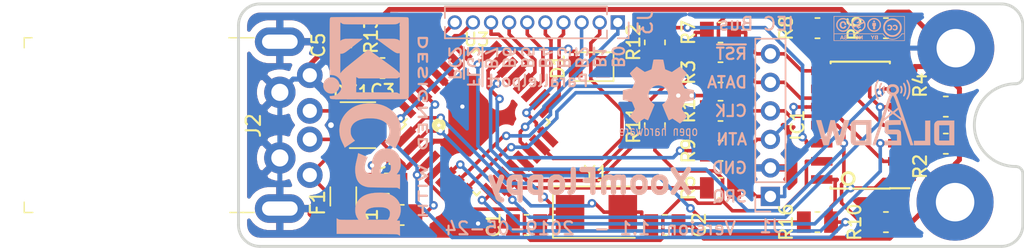
<source format=kicad_pcb>
(kicad_pcb (version 20171130) (host pcbnew "(5.1.2-1)-1")
  (title_block (title "XoomFloppy (ATMega32u2)") (date 2019-05-24) (rev 1.1) (company "Dirk Wouters, DL2DW"))
  (layers (0 F.Cu signal) (31 B.Cu signal) (34 B.Paste user) (35 F.Paste user) (36 B.SilkS user) (37 F.SilkS user) (38 B.Mask user) (39 F.Mask user) (44 Edge.Cuts user))
  (net 0 "")
  (net 1 GND)
  (net 2 "Net-(C1-Pad1)")
  (net 3 "Net-(C2-Pad1)")
  (net 4 "Net-(D1-Pad1)")
  (net 5 PAR_BIT0)
  (net 6 PAR_BIT1)
  (net 7 PAR_BIT2)
  (net 8 PAR_BIT3)
  (net 9 PAR_BIT4)
  (net 10 PAR_BIT5)
  (net 11 PAR_BIT6)
  (net 12 PAR_BIT7)
  (net 13 IEC_RESET)
  (net 14 IEC_CLK)
  (net 15 IEC_SRQ)
  (net 16 IEC_ATN)
  (net 17 IEC_DATA)
  (net 18 LED)
  (net 19 OUT_CLK)
  (net 20 OUT_DATA)
  (net 21 OUT_SRQ)
  (net 22 OUT_RESET)
  (net 23 OUT_ATN)
  (net 24 IN_CLK)
  (net 25 IN_DATA)
  (net 26 IN_SRQ)
  (net 27 IN_ATN)
  (net 28 +5V)
  (net 29 "Net-(C3-Pad2)")
  (net 30 "Net-(R13-Pad1)")
  (net 31 "Net-(R14-Pad1)")
  (net 32 "Net-(IC1-Pad12)")
  (net 33 "Net-(C5-Pad2)")
  (net 34 "Net-(DZ1-Pad4)")
  (net 35 "Net-(DZ1-Pad6)")
  (net 36 IN_RESET)
  (net 37 ~FLAG2)
  (net 38 ~PC2)
  (net 39 "Net-(R16-Pad1)")
  (net 40 /DP)
  (net 41 /DM)
  (module DL2DW:DL2DW_Logo_Silk_10x5mm (layer B.Cu) (at 145.6944 77.3176 180)
    (fp_text reference M4 hide)
    (fp_text value SUNLOGO hide)
  )
  (module w_logo:Logo_silk_OSHW_6x6mm (layer B.Cu) (at 129.9464 75.6412 180)
    (fp_text reference M3 hide)
    (fp_text value SUNLOGO hide)
  )
  (module Symbol:KiCad-Logo2_6mm_SilkScreen (layer B.Cu) (at 109.4232 78.0796 270)
    (fp_text reference M1 hide)
    (fp_text value SUNLOGO hide)
  )
  (module w_logo:Logo_silk_CC-BY-NC-SA_5x2mm (layer B.Cu) (at 144.7292 71.2216 180)
    (fp_text reference M2 hide)
    (fp_text value SUNLOGO hide)
  )
  (module digikey-footprints:USB_Male_A_UP2-AH-1-TH (layer F.Cu) (at 103.4 78 270)
    (fp_text reference J2 (at 0.0288 1.8508 90) (layer F.SilkS))
    (fp_text value USB_A)
    (pad 1 thru_hole circle (at 3.5 -2.1 270) (size 1.8 1.8) (drill 1) (layers *.Cu *.Mask) (net 33 "Net-(C5-Pad2)"))
    (pad 2 thru_hole circle (at 1 -2.1 270) (size 1.8 1.8) (drill 1) (layers *.Cu *.Mask) (net 41 /DM))
    (pad 3 thru_hole circle (at -1 -2.1 270) (size 1.8 1.8) (drill 1) (layers *.Cu *.Mask) (net 40 /DP))
    (pad 4 thru_hole circle (at -3.5 -2.1 270) (size 1.8 1.8) (drill 1) (layers *.Cu *.Mask) (net 1 GND))
    (pad 5 thru_hole circle (at 2.3 0 270) (size 2.2 2.2) (drill 1.2) (layers *.Cu *.Mask) (net 1 GND))
    (pad 5 thru_hole circle (at -2.3 0 270) (size 2.2 2.2) (drill 1.2) (layers *.Cu *.Mask) (net 1 GND))
    (pad 5 thru_hole oval (at 5.85 0 270) (size 2 3.5) (drill oval 1 2.5) (layers *.Cu *.Mask) (net 1 GND))
    (pad 5 thru_hole oval (at -5.85 0 270) (size 2 3.5) (drill oval 1 2.5) (layers *.Cu *.Mask) (net 1 GND))
  )
  (module MountingHole:MountingHole_4mm (layer F.Cu) (at 125.1 78)
    (fp_text reference H3 hide)
    (fp_text value MountingHole hide)
    (pad 1 np_thru_hole circle (at 0 0) (size 4 4) (drill 4) (layers *.Cu *.Mask))
  )
  (module MountingHole:MountingHole_2.7mm_M2.5_Pad (layer F.Cu) (at 150.75 83.4)
    (fp_text reference H2 hide)
    (fp_text value MountingHole_Pad hide)
    (pad 1 thru_hole circle (at 0 0) (size 5.4 5.4) (drill 2.7) (layers *.Cu *.Mask) (net 1 GND))
  )
  (module MountingHole:MountingHole_2.7mm_M2.5_Pad (layer F.Cu) (at 150.8 72.6)
    (fp_text reference H1 hide)
    (fp_text value MountingHole_Pad hide)
    (pad 1 thru_hole circle (at 0 0) (size 5.4 5.4) (drill 2.7) (layers *.Cu *.Mask) (net 1 GND))
  )
  (module Capacitor_SMD:C_0805_2012Metric (layer F.Cu) (at 120.7 85 180)
    (fp_text reference C1 (at 2.3 0 270) (layer F.SilkS) (effects (font (size 0.9 0.9))))
    (fp_text value 22pF hide)
    (pad 2 smd rect (at 0.955 0 180) (size 0.97 1.5) (layers F.Cu F.Paste F.Mask) (net 1 GND))
    (pad 1 smd rect (at -0.955 0 180) (size 0.97 1.5) (layers F.Cu F.Paste F.Mask) (net 2 "Net-(C1-Pad1)"))
  )
  (module Capacitor_SMD:C_0805_2012Metric (layer F.Cu) (at 130.4 85)
    (fp_text reference C2 (at 2.4 0 90) (layer F.SilkS) (effects (font (size 0.9 0.9))))
    (fp_text value 22pF hide)
    (pad 1 smd rect (at -0.955 0) (size 0.97 1.5) (layers F.Cu F.Paste F.Mask) (net 3 "Net-(C2-Pad1)"))
    (pad 2 smd rect (at 0.955 0) (size 0.97 1.5) (layers F.Cu F.Paste F.Mask) (net 1 GND))
  )
  (module Capacitor_SMD:C_0805_2012Metric (layer F.Cu) (at 110.6 74)
    (fp_text reference C3 (at 0 1.6) (layer F.SilkS) (effects (font (size 0.9 0.9))))
    (fp_text value 1µF hide)
    (pad 2 smd rect (at 0.955 0) (size 0.97 1.5) (layers F.Cu F.Paste F.Mask) (net 29 "Net-(C3-Pad2)"))
    (pad 1 smd rect (at -0.955 0) (size 0.97 1.5) (layers F.Cu F.Paste F.Mask) (net 1 GND))
  )
  (module Capacitor_SMD:C_0805_2012Metric (layer F.Cu) (at 110.9 82.1 180)
    (fp_text reference C4 (at 0 1.5 180) (layer F.SilkS) (effects (font (size 0.9 0.9))))
    (fp_text value 100nF hide)
    (pad 1 smd rect (at -0.955 0 180) (size 0.97 1.5) (layers F.Cu F.Paste F.Mask) (net 1 GND))
    (pad 2 smd rect (at 0.955 0 180) (size 0.97 1.5) (layers F.Cu F.Paste F.Mask) (net 28 +5V))
  )
  (module LED_SMD:LED_0805_2012Metric (layer F.Cu) (at 125.1 73.9 180)
    (fp_text reference D1 (at 2.2 0 270) (layer F.SilkS) (effects (font (size 0.9 0.9))))
    (fp_text value "LED Blue" hide)
    (pad 1 smd rect (at -0.955 0 180) (size 0.97 1.5) (layers F.Cu F.Paste F.Mask) (net 4 "Net-(D1-Pad1)"))
    (pad 2 smd rect (at 0.955 0 180) (size 0.97 1.5) (layers F.Cu F.Paste F.Mask) (net 28 +5V))
  )
  (module Connector_PinHeader_2.00mm:PinHeader_1x06_P2.00mm_Vertical (layer B.Cu) (at 137.8 83)
    (fp_text reference J1 (at 0 2.1) (layer B.SilkS) (effects (font (size 0.9 0.9)) (justify mirror)))
    (fp_text value "IEC Bus" hide)
    (pad 1 thru_hole rect (at 0 0) (size 1.35 1.35) (drill 0.8) (layers *.Cu *.Mask) (net 15 IEC_SRQ))
    (pad 2 thru_hole oval (at 0 -2) (size 1.35 1.35) (drill 0.8) (layers *.Cu *.Mask) (net 1 GND))
    (pad 3 thru_hole oval (at 0 -4) (size 1.35 1.35) (drill 0.8) (layers *.Cu *.Mask) (net 16 IEC_ATN))
    (pad 4 thru_hole oval (at 0 -6) (size 1.35 1.35) (drill 0.8) (layers *.Cu *.Mask) (net 14 IEC_CLK))
    (pad 5 thru_hole oval (at 0 -8) (size 1.35 1.35) (drill 0.8) (layers *.Cu *.Mask) (net 17 IEC_DATA))
    (pad 6 thru_hole oval (at 0 -10) (size 1.35 1.35) (drill 0.8) (layers *.Cu *.Mask) (net 13 IEC_RESET))
  )
  (module Resistor_SMD:R_0805_2012Metric (layer F.Cu) (at 134.3 77 180)
    (fp_text reference R1 (at 2.25 0 270) (layer F.SilkS) (effects (font (size 0.9 0.9))))
    (fp_text value 4k7 hide)
    (pad 1 smd rect (at -0.955 0 180) (size 0.97 1.5) (layers F.Cu F.Paste F.Mask) (net 14 IEC_CLK))
    (pad 2 smd rect (at 0.955 0 180) (size 0.97 1.5) (layers F.Cu F.Paste F.Mask) (net 24 IN_CLK))
  )
  (module Resistor_SMD:R_0805_2012Metric (layer F.Cu) (at 150.1 79.3 180)
    (fp_text reference R2 (at 1.8 -1.6 270) (layer F.SilkS) (effects (font (size 0.9 0.9))))
    (fp_text value 100k hide)
    (pad 2 smd rect (at 0.955 0 180) (size 0.97 1.5) (layers F.Cu F.Paste F.Mask) (net 19 OUT_CLK))
    (pad 1 smd rect (at -0.955 0 180) (size 0.97 1.5) (layers F.Cu F.Paste F.Mask) (net 1 GND))
  )
  (module Resistor_SMD:R_0805_2012Metric (layer F.Cu) (at 134.3 74.3 180)
    (fp_text reference R3 (at 2.25 0 90) (layer F.SilkS) (effects (font (size 0.9 0.9))))
    (fp_text value 4k7 hide)
    (pad 1 smd rect (at -0.955 0 180) (size 0.97 1.5) (layers F.Cu F.Paste F.Mask) (net 17 IEC_DATA))
    (pad 2 smd rect (at 0.955 0 180) (size 0.97 1.5) (layers F.Cu F.Paste F.Mask) (net 25 IN_DATA))
  )
  (module Resistor_SMD:R_0805_2012Metric (layer F.Cu) (at 150.1 76.7 180)
    (fp_text reference R4 (at 1.8 1.5 270) (layer F.SilkS) (effects (font (size 0.9 0.9))))
    (fp_text value 100k hide)
    (pad 2 smd rect (at 0.955 0 180) (size 0.97 1.5) (layers F.Cu F.Paste F.Mask) (net 20 OUT_DATA))
    (pad 1 smd rect (at -0.955 0 180) (size 0.97 1.5) (layers F.Cu F.Paste F.Mask) (net 1 GND))
  )
  (module Resistor_SMD:R_0805_2012Metric (layer F.Cu) (at 134.3 82.4 180)
    (fp_text reference R5 (at 2.25 0 90) (layer F.SilkS) (effects (font (size 0.9 0.9))))
    (fp_text value 4k7 hide)
    (pad 1 smd rect (at -0.955 0 180) (size 0.97 1.5) (layers F.Cu F.Paste F.Mask) (net 15 IEC_SRQ))
    (pad 2 smd rect (at 0.955 0 180) (size 0.97 1.5) (layers F.Cu F.Paste F.Mask) (net 26 IN_SRQ))
  )
  (module Resistor_SMD:R_0805_2012Metric (layer F.Cu) (at 145.9 71.2)
    (fp_text reference R6 (at -2.2 0 90) (layer F.SilkS) (effects (font (size 0.9 0.9))))
    (fp_text value 100k hide)
    (pad 2 smd rect (at 0.955 0) (size 0.97 1.5) (layers F.Cu F.Paste F.Mask) (net 21 OUT_SRQ))
    (pad 1 smd rect (at -0.955 0) (size 0.97 1.5) (layers F.Cu F.Paste F.Mask) (net 1 GND))
  )
  (module Resistor_SMD:R_0805_2012Metric (layer F.Cu) (at 134.3 71.5 180)
    (fp_text reference R7 (at 2.25 0 90) (layer F.SilkS) (effects (font (size 0.9 0.9))))
    (fp_text value 4k7 hide)
    (pad 1 smd rect (at -0.955 0 180) (size 0.97 1.5) (layers F.Cu F.Paste F.Mask) (net 13 IEC_RESET))
    (pad 2 smd rect (at 0.955 0 180) (size 0.97 1.5) (layers F.Cu F.Paste F.Mask) (net 36 IN_RESET))
  )
  (module Resistor_SMD:R_0805_2012Metric (layer F.Cu) (at 141.1 71.2 180)
    (fp_text reference R8 (at 2.2 0 90) (layer F.SilkS) (effects (font (size 0.9 0.9))))
    (fp_text value 100k hide)
    (pad 2 smd rect (at 0.955 0 180) (size 0.97 1.5) (layers F.Cu F.Paste F.Mask) (net 22 OUT_RESET))
    (pad 1 smd rect (at -0.955 0 180) (size 0.97 1.5) (layers F.Cu F.Paste F.Mask) (net 1 GND))
  )
  (module Resistor_SMD:R_0805_2012Metric (layer F.Cu) (at 134.3 79.8 180)
    (fp_text reference R9 (at 2.25 0 90) (layer F.SilkS) (effects (font (size 0.9 0.9))))
    (fp_text value 4k7 hide)
    (pad 2 smd rect (at 0.955 0 180) (size 0.97 1.5) (layers F.Cu F.Paste F.Mask) (net 27 IN_ATN))
    (pad 1 smd rect (at -0.955 0 180) (size 0.97 1.5) (layers F.Cu F.Paste F.Mask) (net 16 IEC_ATN))
  )
  (module Resistor_SMD:R_0805_2012Metric (layer F.Cu) (at 145.9 84.8 180)
    (fp_text reference R10 (at 2.2 0 90) (layer F.SilkS) (effects (font (size 0.9 0.9))))
    (fp_text value 100k hide)
    (pad 1 smd rect (at -0.955 0 180) (size 0.97 1.5) (layers F.Cu F.Paste F.Mask) (net 1 GND))
    (pad 2 smd rect (at 0.955 0 180) (size 0.97 1.5) (layers F.Cu F.Paste F.Mask) (net 23 OUT_ATN))
  )
  (module Resistor_SMD:R_0805_2012Metric (layer F.Cu) (at 129.7 78 270)
    (fp_text reference R11 (at 0 1.5 270) (layer F.SilkS) (effects (font (size 0.9 0.9))))
    (fp_text value 100k hide)
    (pad 1 smd rect (at -0.955 0 270) (size 0.97 1.5) (layers F.Cu F.Paste F.Mask) (net 1 GND))
    (pad 2 smd rect (at 0.955 0 270) (size 0.97 1.5) (layers F.Cu F.Paste F.Mask) (net 18 LED))
  )
  (module Resistor_SMD:R_0805_2012Metric (layer F.Cu) (at 129.7 72.2 90)
    (fp_text reference R12 (at 0 -1.5 270) (layer F.SilkS) (effects (font (size 0.9 0.9))))
    (fp_text value 120 hide)
    (pad 2 smd rect (at 0.955 0 90) (size 0.97 1.5) (layers F.Cu F.Paste F.Mask) (net 32 "Net-(IC1-Pad12)"))
    (pad 1 smd rect (at -0.955 0 90) (size 0.97 1.5) (layers F.Cu F.Paste F.Mask) (net 4 "Net-(D1-Pad1)"))
  )
  (module Resistor_SMD:R_0805_2012Metric (layer F.Cu) (at 112 71.7 180)
    (fp_text reference R13 (at 2.2 0 270) (layer F.SilkS) (effects (font (size 0.9 0.9))))
    (fp_text value 22 hide)
    (pad 2 smd rect (at 0.955 0 180) (size 0.97 1.5) (layers F.Cu F.Paste F.Mask) (net 35 "Net-(DZ1-Pad6)"))
    (pad 1 smd rect (at -0.955 0 180) (size 0.97 1.5) (layers F.Cu F.Paste F.Mask) (net 30 "Net-(R13-Pad1)"))
  )
  (module Resistor_SMD:R_0805_2012Metric (layer F.Cu) (at 111.948 84.3 180)
    (fp_text reference R14 (at 2.148 0 90) (layer F.SilkS) (effects (font (size 0.9 0.9))))
    (fp_text value 22 hide)
    (pad 1 smd rect (at -0.955 0 180) (size 0.97 1.5) (layers F.Cu F.Paste F.Mask) (net 31 "Net-(R14-Pad1)"))
    (pad 2 smd rect (at 0.955 0 180) (size 0.97 1.5) (layers F.Cu F.Paste F.Mask) (net 34 "Net-(DZ1-Pad4)"))
  )
  (module Resistor_SMD:R_0805_2012Metric (layer F.Cu) (at 141.1 84.8)
    (fp_text reference R16 (at -2.2 0 270) (layer F.SilkS) (effects (font (size 0.9 0.9))))
    (fp_text value 10k hide)
    (pad 1 smd rect (at -0.955 0) (size 0.97 1.5) (layers F.Cu F.Paste F.Mask) (net 39 "Net-(R16-Pad1)"))
    (pad 2 smd rect (at 0.955 0) (size 0.97 1.5) (layers F.Cu F.Paste F.Mask) (net 28 +5V))
  )
  (module Package_QFP:TQFP-32_7x7mm_P0.8mm (layer F.Cu) (at 117.2 77.8 45)
    (fp_text reference U3 (at 4.101219 -4.101219 180) (layer F.SilkS) (effects (font (size 0.9 0.9))))
    (fp_text value ATmega32U2-AU hide)
    (pad 1 smd rect (at -4.25 -2.8 45) (size 1.6 0.55) (layers F.Cu F.Paste F.Mask) (net 2 "Net-(C1-Pad1)"))
    (pad 2 smd rect (at -4.25 -2 45) (size 1.6 0.55) (layers F.Cu F.Paste F.Mask) (net 3 "Net-(C2-Pad1)"))
    (pad 3 smd rect (at -4.25 -1.2 45) (size 1.6 0.55) (layers F.Cu F.Paste F.Mask) (net 1 GND))
    (pad 4 smd rect (at -4.25 -0.4 45) (size 1.6 0.55) (layers F.Cu F.Paste F.Mask) (net 28 +5V))
    (pad 5 smd rect (at -4.25 0.4 45) (size 1.6 0.55) (layers F.Cu F.Paste F.Mask) (net 18 LED))
    (pad 6 smd rect (at -4.25 1.2 45) (size 1.6 0.55) (layers F.Cu F.Paste F.Mask) (net 19 OUT_CLK))
    (pad 7 smd rect (at -4.25 2 45) (size 1.6 0.55) (layers F.Cu F.Paste F.Mask) (net 24 IN_CLK))
    (pad 8 smd rect (at -4.25 2.8 45) (size 1.6 0.55) (layers F.Cu F.Paste F.Mask) (net 25 IN_DATA))
    (pad 9 smd rect (at -2.8 4.25 135) (size 1.6 0.55) (layers F.Cu F.Paste F.Mask) (net 20 OUT_DATA))
    (pad 10 smd rect (at -2 4.25 135) (size 1.6 0.55) (layers F.Cu F.Paste F.Mask) (net 21 OUT_SRQ))
    (pad 11 smd rect (at -1.2 4.25 135) (size 1.6 0.55) (layers F.Cu F.Paste F.Mask) (net 26 IN_SRQ))
    (pad 12 smd rect (at -0.4 4.25 135) (size 1.6 0.55) (layers F.Cu F.Paste F.Mask) (net 22 OUT_RESET))
    (pad 13 smd rect (at 0.4 4.25 135) (size 1.6 0.55) (layers F.Cu F.Paste F.Mask) (net 36 IN_RESET))
    (pad 14 smd rect (at 1.2 4.25 135) (size 1.6 0.55) (layers F.Cu F.Paste F.Mask) (net 5 PAR_BIT0))
    (pad 15 smd rect (at 2 4.25 135) (size 1.6 0.55) (layers F.Cu F.Paste F.Mask) (net 6 PAR_BIT1))
    (pad 16 smd rect (at 2.8 4.25 135) (size 1.6 0.55) (layers F.Cu F.Paste F.Mask) (net 7 PAR_BIT2))
    (pad 17 smd rect (at 4.25 2.8 45) (size 1.6 0.55) (layers F.Cu F.Paste F.Mask) (net 8 PAR_BIT3))
    (pad 18 smd rect (at 4.25 2 45) (size 1.6 0.55) (layers F.Cu F.Paste F.Mask) (net 9 PAR_BIT4))
    (pad 19 smd rect (at 4.25 1.2 45) (size 1.6 0.55) (layers F.Cu F.Paste F.Mask) (net 10 PAR_BIT5))
    (pad 20 smd rect (at 4.25 0.4 45) (size 1.6 0.55) (layers F.Cu F.Paste F.Mask) (net 11 PAR_BIT6))
    (pad 21 smd rect (at 4.25 -0.4 45) (size 1.6 0.55) (layers F.Cu F.Paste F.Mask) (net 12 PAR_BIT7))
    (pad 22 smd rect (at 4.25 -1.2 45) (size 1.6 0.55) (layers F.Cu F.Paste F.Mask) (net 23 OUT_ATN))
    (pad 23 smd rect (at 4.25 -2 45) (size 1.6 0.55) (layers F.Cu F.Paste F.Mask) (net 27 IN_ATN))
    (pad 24 smd rect (at 4.25 -2.8 45) (size 1.6 0.55) (layers F.Cu F.Paste F.Mask) (net 39 "Net-(R16-Pad1)"))
    (pad 25 smd rect (at 2.8 -4.25 135) (size 1.6 0.55) (layers F.Cu F.Paste F.Mask) (net 37 ~FLAG2))
    (pad 26 smd rect (at 2 -4.25 135) (size 1.6 0.55) (layers F.Cu F.Paste F.Mask) (net 38 ~PC2))
    (pad 27 smd rect (at 1.2 -4.25 135) (size 1.6 0.55) (layers F.Cu F.Paste F.Mask) (net 29 "Net-(C3-Pad2)"))
    (pad 28 smd rect (at 0.4 -4.25 135) (size 1.6 0.55) (layers F.Cu F.Paste F.Mask) (net 1 GND))
    (pad 29 smd rect (at -0.4 -4.25 135) (size 1.6 0.55) (layers F.Cu F.Paste F.Mask) (net 30 "Net-(R13-Pad1)"))
    (pad 30 smd rect (at -1.2 -4.25 135) (size 1.6 0.55) (layers F.Cu F.Paste F.Mask) (net 31 "Net-(R14-Pad1)"))
    (pad 31 smd rect (at -2 -4.25 135) (size 1.6 0.55) (layers F.Cu F.Paste F.Mask) (net 28 +5V))
    (pad 32 smd rect (at -2.8 -4.25 135) (size 1.6 0.55) (layers F.Cu F.Paste F.Mask) (net 28 +5V))
  )
  (module Package_SO:SOIC-14_3.9x8.7mm_P1.27mm (layer F.Cu) (at 144.1 78 180)
    (fp_text reference IC1 (at 4.4 0 270) (layer F.SilkS) (effects (font (size 0.9 0.9))))
    (fp_text value 7406D hide)
    (pad 1 smd rect (at -2.7 -3.81 180) (size 1.5 0.6) (layers F.Cu F.Paste F.Mask) (net 19 OUT_CLK))
    (pad 2 smd rect (at -2.7 -2.54 180) (size 1.5 0.6) (layers F.Cu F.Paste F.Mask) (net 14 IEC_CLK))
    (pad 3 smd rect (at -2.7 -1.27 180) (size 1.5 0.6) (layers F.Cu F.Paste F.Mask) (net 20 OUT_DATA))
    (pad 4 smd rect (at -2.7 0 180) (size 1.5 0.6) (layers F.Cu F.Paste F.Mask) (net 17 IEC_DATA))
    (pad 5 smd rect (at -2.7 1.27 180) (size 1.5 0.6) (layers F.Cu F.Paste F.Mask) (net 21 OUT_SRQ))
    (pad 6 smd rect (at -2.7 2.54 180) (size 1.5 0.6) (layers F.Cu F.Paste F.Mask) (net 15 IEC_SRQ))
    (pad 7 smd rect (at -2.7 3.81 180) (size 1.5 0.6) (layers F.Cu F.Paste F.Mask) (net 1 GND))
    (pad 8 smd rect (at 2.7 3.81 180) (size 1.5 0.6) (layers F.Cu F.Paste F.Mask) (net 13 IEC_RESET))
    (pad 9 smd rect (at 2.7 2.54 180) (size 1.5 0.6) (layers F.Cu F.Paste F.Mask) (net 22 OUT_RESET))
    (pad 10 smd rect (at 2.7 1.27 180) (size 1.5 0.6) (layers F.Cu F.Paste F.Mask) (net 16 IEC_ATN))
    (pad 11 smd rect (at 2.7 0 180) (size 1.5 0.6) (layers F.Cu F.Paste F.Mask) (net 23 OUT_ATN))
    (pad 12 smd rect (at 2.7 -1.27 180) (size 1.5 0.6) (layers F.Cu F.Paste F.Mask) (net 32 "Net-(IC1-Pad12)"))
    (pad 13 smd rect (at 2.7 -2.54 180) (size 1.5 0.6) (layers F.Cu F.Paste F.Mask) (net 18 LED))
    (pad 14 smd rect (at 2.7 -3.81 180) (size 1.5 0.6) (layers F.Cu F.Paste F.Mask) (net 28 +5V))
  )
  (module Capacitor_SMD:C_0805_2012Metric (layer F.Cu) (at 107.7 72.4 270)
    (fp_text reference C5 (at 0 1.6 90) (layer F.SilkS) (effects (font (size 0.9 0.9))))
    (fp_text value 100n hide)
    (pad 1 smd rect (at -0.955 0 270) (size 0.97 1.5) (layers F.Cu F.Paste F.Mask) (net 1 GND))
    (pad 2 smd rect (at 0.955 0 270) (size 0.97 1.5) (layers F.Cu F.Paste F.Mask) (net 33 "Net-(C5-Pad2)"))
  )
  (module Package_TO_SOT_SMD:SOT-23-6 (layer F.Cu) (at 109.2 78)
    (fp_text reference DZ1 (at -0.7928 -2.308) (layer F.SilkS) (effects (font (size 0.9 0.9))))
    (fp_text value USBLC6-2SC6 hide)
    (pad 1 smd rect (at -1.1 -0.95) (size 1.06 0.65) (layers F.Cu F.Paste F.Mask) (net 40 /DP))
    (pad 2 smd rect (at -1.1 0) (size 1.06 0.65) (layers F.Cu F.Paste F.Mask) (net 1 GND))
    (pad 3 smd rect (at -1.1 0.95) (size 1.06 0.65) (layers F.Cu F.Paste F.Mask) (net 41 /DM))
    (pad 4 smd rect (at 1.1 0.95) (size 1.06 0.65) (layers F.Cu F.Paste F.Mask) (net 34 "Net-(DZ1-Pad4)"))
    (pad 6 smd rect (at 1.1 -0.95) (size 1.06 0.65) (layers F.Cu F.Paste F.Mask) (net 35 "Net-(DZ1-Pad6)"))
    (pad 5 smd rect (at 1.1 0) (size 1.06 0.65) (layers F.Cu F.Paste F.Mask) (net 33 "Net-(C5-Pad2)"))
  )
  (module Fuse:Fuse_1206_3216Metric (layer F.Cu) (at 107.85 83 270)
    (fp_text reference F1 (at 0.45 1.8 90) (layer F.SilkS))
    (fp_text value "Polyfuse 1206L150" hide)
    (pad 1 smd rect (at -1.505 0 270) (size 1.07 1.8) (layers F.Cu F.Paste F.Mask) (net 28 +5V))
    (pad 2 smd rect (at 1.505 0 270) (size 1.07 1.8) (layers F.Cu F.Paste F.Mask) (net 33 "Net-(C5-Pad2)"))
  )
  (module Crystal:Crystal_SMD_5032-2Pin_5.0x3.2mm (layer F.Cu) (at 125.6 84.1)
    (fp_text reference Y1 (at 0 -2.7) (layer F.SilkS))
    (fp_text value 16MHz hide)
    (pad 1 smd rect (at -1.85 0) (size 2 2.4) (layers F.Cu F.Paste F.Mask) (net 2 "Net-(C1-Pad1)"))
    (pad 2 smd rect (at 1.85 0) (size 2 2.4) (layers F.Cu F.Paste F.Mask) (net 3 "Net-(C2-Pad1)"))
  )
  (module Connector_PinHeader_1.27mm:PinHeader_1x10_P1.27mm_Vertical (layer B.Cu) (at 127.1 70.8 90)
    (fp_text reference J3 (at -0.0152 1.932 90) (layer B.SilkS) (effects (justify mirror)))
    (fp_text value "Parallel Port" hide)
    (pad 1 thru_hole rect (at 0 0 90) (size 1 1) (drill 0.65) (layers *.Cu *.Mask) (net 5 PAR_BIT0))
    (pad 2 thru_hole oval (at 0 -1.27 90) (size 1 1) (drill 0.65) (layers *.Cu *.Mask) (net 6 PAR_BIT1))
    (pad 3 thru_hole oval (at 0 -2.54 90) (size 1 1) (drill 0.65) (layers *.Cu *.Mask) (net 7 PAR_BIT2))
    (pad 4 thru_hole oval (at 0 -3.81 90) (size 1 1) (drill 0.65) (layers *.Cu *.Mask) (net 8 PAR_BIT3))
    (pad 5 thru_hole oval (at 0 -5.08 90) (size 1 1) (drill 0.65) (layers *.Cu *.Mask) (net 9 PAR_BIT4))
    (pad 6 thru_hole oval (at 0 -6.35 90) (size 1 1) (drill 0.65) (layers *.Cu *.Mask) (net 10 PAR_BIT5))
    (pad 7 thru_hole oval (at 0 -7.62 90) (size 1 1) (drill 0.65) (layers *.Cu *.Mask) (net 11 PAR_BIT6))
    (pad 8 thru_hole oval (at 0 -8.89 90) (size 1 1) (drill 0.65) (layers *.Cu *.Mask) (net 12 PAR_BIT7))
    (pad 9 thru_hole oval (at 0 -10.16 90) (size 1 1) (drill 0.65) (layers *.Cu *.Mask) (net 37 ~FLAG2))
    (pad 10 thru_hole oval (at 0 -11.43 90) (size 1 1) (drill 0.65) (layers *.Cu *.Mask) (net 38 ~PC2))
  )
  (gr_text ~PC2 (at 115.65 73.65 270) (layer B.SilkS) (effects (font (size 0.8 0.8)) (justify mirror)))
  (gr_text ~FLG2 (at 116.95 73.9 270) (layer B.SilkS) (effects (font (size 0.8 0.8)) (justify mirror)))
  (gr_text B5 (at 120.75 73.25 270) (layer B.SilkS) (effects (font (size 0.8 0.8)) (justify mirror)))
  (gr_text B3 (at 123.3 73.25 270) (layer B.SilkS) (effects (font (size 0.8 0.8)) (justify mirror)))
  (gr_line (start 155.5 81.4) (end 155.5 85) (layer Edge.Cuts) (width 0.2))
  (gr_line (start 155.5 71) (end 155.5 74.6) (layer Edge.Cuts) (width 0.2))
  (gr_arc (start 155 78) (end 155 75.1) (angle -180) (layer Edge.Cuts) (width 0.2))
  (gr_arc (start 155 81.4) (end 155.5 81.4) (angle -90) (layer Edge.Cuts) (width 0.2))
  (gr_arc (start 155 74.6) (end 155 75.1) (angle -90) (layer Edge.Cuts) (width 0.2))
  (gr_circle (center 114.54958 78.00837) (end 114.64958 78.20837) (layer F.SilkS) (width 0.2))
  (gr_circle (center 143.25 81.75) (end 143.55 82.05) (layer F.SilkS) (width 0.2))
  (gr_circle (center 114.54958 78.00837) (end 114.79958 78.30837) (layer F.SilkS) (width 0.2))
  (gr_text SRQ (at 136.25 83) (layer B.SilkS) (effects (font (size 0.8 0.8)) (justify left mirror)))
  (gr_text Parallelport (at 121.5 74.9) (layer B.SilkS) (effects (font (size 0.8 0.8)) (justify mirror)))
  (gr_text B0 (at 127.1 73.2 270) (layer B.SilkS) (effects (font (size 0.8 0.8)) (justify mirror)))
  (gr_text B1 (at 125.8 73.2 270) (layer B.SilkS) (effects (font (size 0.8 0.8)) (justify mirror)))
  (gr_text B2 (at 124.55 73.25 270) (layer B.SilkS) (effects (font (size 0.8 0.8)) (justify mirror)))
  (gr_text B4 (at 122 73.25 270) (layer B.SilkS) (effects (font (size 0.8 0.8)) (justify mirror)))
  (gr_text B6 (at 119.45 73.25 270) (layer B.SilkS) (effects (font (size 0.8 0.8)) (justify mirror)))
  (gr_text B7 (at 118.2 73.3 270) (layer B.SilkS) (effects (font (size 0.8 0.8)) (justify mirror)))
  (gr_arc (start 154 71) (end 155.5 71) (angle -90) (layer Edge.Cuts) (width 0.2))
  (gr_arc (start 154 85) (end 154 86.5) (angle -90) (layer Edge.Cuts) (width 0.2))
  (gr_arc (start 102 85) (end 100.5 85) (angle -90) (layer Edge.Cuts) (width 0.2))
  (gr_arc (start 102 71) (end 102 69.5) (angle -90) (layer Edge.Cuts) (width 0.2))
  (gr_line (start 100.5 85) (end 100.5 71) (layer Edge.Cuts) (width 0.2))
  (gr_line (start 154 86.5) (end 102 86.5) (layer Edge.Cuts) (width 0.2))
  (gr_line (start 102 69.5) (end 154 69.5) (layer Edge.Cuts) (width 0.2))
  (gr_text "Version: 1.1 -  2019-05-24" (at 125.1712 85.2424) (layer B.SilkS) (effects (font (size 0.9 0.9)) (justify mirror)))
  (gr_text XoomFloppy (at 125.1204 81.9912) (layer B.SilkS) (effects (font (size 1.6 1.6) (thickness 0.375)) (justify mirror)))
  (gr_text "IEC Bus" (at 136.8 70.9) (layer B.SilkS) (effects (font (size 0.9 0.9)) (justify mirror)))
  (gr_text ~RST (at 136.25 73) (layer B.SilkS) (effects (font (size 0.8 0.8)) (justify left mirror)))
  (gr_text DATA (at 136.25 75) (layer B.SilkS) (effects (font (size 0.8 0.8)) (justify left mirror)))
  (gr_text CLK (at 136.25 77) (layer B.SilkS) (effects (font (size 0.8 0.8)) (justify left mirror)))
  (gr_text ATN (at 136.25 79) (layer B.SilkS) (effects (font (size 0.8 0.8)) (justify left mirror)))
  (gr_text GND (at 136.25 81) (layer B.SilkS) (effects (font (size 0.8 0.8)) (justify left mirror)))
  (segment (start 144.0847 71.2) (end 142.9153 71.2) (width 0.35) (layer F.Cu) (net 1))
  (segment (start 144.945 71.2) (end 144.0847 71.2) (width 0.35) (layer F.Cu) (net 1))
  (segment (start 144.0847 71.2) (end 142.7701 69.8854) (width 0.35) (layer F.Cu) (net 1))
  (segment (start 142.7701 69.8854) (end 111.0858 69.8854) (width 0.35) (layer F.Cu) (net 1))
  (segment (start 111.0858 69.8854) (end 109.0756 71.8956) (width 0.35) (layer F.Cu) (net 1))
  (segment (start 109.0756 71.8956) (end 109.0756 72.3053) (width 0.35) (layer F.Cu) (net 1))
  (segment (start 109.0756 72.3053) (end 109.645 72.8747) (width 0.35) (layer F.Cu) (net 1))
  (segment (start 107.7 72.3053) (end 109.0756 72.3053) (width 0.35) (layer F.Cu) (net 1))
  (segment (start 150.1538 72.7256) (end 147.5028 70.0746) (width 0.35) (layer F.Cu) (net 1))
  (segment (start 147.5028 70.0746) (end 146.0704 70.0746) (width 0.35) (layer F.Cu) (net 1))
  (segment (start 146.0704 70.0746) (end 144.945 71.2) (width 0.35) (layer F.Cu) (net 1))
  (segment (start 142.055 71.2) (end 142.9153 71.2) (width 0.35) (layer F.Cu) (net 1))
  (segment (start 111.855 85.3003) (end 111.855 82.1) (width 0.35) (layer F.Cu) (net 1))
  (segment (start 105.5253 83.85) (end 105.5253 84.2347) (width 0.35) (layer F.Cu) (net 1))
  (segment (start 105.5253 84.2347) (end 106.716 85.4254) (width 0.35) (layer F.Cu) (net 1))
  (segment (start 106.716 85.4254) (end 111.7299 85.4254) (width 0.35) (layer F.Cu) (net 1))
  (segment (start 111.7299 85.4254) (end 111.855 85.3003) (width 0.35) (layer F.Cu) (net 1))
  (segment (start 111.855 85.3003) (end 111.9801 85.4254) (width 0.35) (layer F.Cu) (net 1))
  (segment (start 111.9801 85.4254) (end 118.4593 85.4254) (width 0.35) (layer F.Cu) (net 1))
  (segment (start 118.4593 85.4254) (end 118.8847 85) (width 0.35) (layer F.Cu) (net 1))
  (segment (start 119.745 85) (end 118.8847 85) (width 0.35) (layer F.Cu) (net 1))
  (segment (start 103.4 83.85) (end 105.5253 83.85) (width 0.35) (layer F.Cu) (net 1))
  (segment (start 106.317 72.9416) (end 105.5 73.7586) (width 0.35) (layer F.Cu) (net 1))
  (segment (start 105.5 73.7586) (end 105.5 74.5) (width 0.35) (layer F.Cu) (net 1))
  (segment (start 107.7 71.8751) (end 107.3835 71.8751) (width 0.35) (layer F.Cu) (net 1))
  (segment (start 107.3835 71.8751) (end 106.317 72.9416) (width 0.35) (layer F.Cu) (net 1))
  (segment (start 106.317 72.9416) (end 105.5253 72.15) (width 0.35) (layer F.Cu) (net 1))
  (segment (start 103.4 72.15) (end 105.5253 72.15) (width 0.35) (layer F.Cu) (net 1))
  (segment (start 107.7 71.8751) (end 107.7 72.3053) (width 0.35) (layer F.Cu) (net 1))
  (segment (start 107.7 71.445) (end 107.7 71.8751) (width 0.35) (layer F.Cu) (net 1))
  (segment (start 131.355 85) (end 132.2153 85) (width 0.35) (layer F.Cu) (net 1))
  (segment (start 147.2852 84.8) (end 146.1598 85.9254) (width 0.35) (layer F.Cu) (net 1))
  (segment (start 146.1598 85.9254) (end 133.1407 85.9254) (width 0.35) (layer F.Cu) (net 1))
  (segment (start 133.1407 85.9254) (end 132.2153 85) (width 0.35) (layer F.Cu) (net 1))
  (segment (start 147.2852 84.8) (end 147.7153 84.8) (width 0.35) (layer F.Cu) (net 1))
  (segment (start 146.855 84.8) (end 147.2852 84.8) (width 0.35) (layer F.Cu) (net 1))
  (segment (start 150.75 83.4) (end 149.1153 83.4) (width 0.35) (layer F.Cu) (net 1))
  (segment (start 149.1153 83.4) (end 147.7153 84.8) (width 0.35) (layer F.Cu) (net 1))
  (segment (start 150.75 83.4) (end 150.75 80.7303) (width 0.35) (layer F.Cu) (net 1))
  (segment (start 150.75 80.7303) (end 151.055 80.4253) (width 0.35) (layer F.Cu) (net 1))
  (segment (start 111.855 82.1) (end 111.855 80.9747) (width 0.35) (layer F.Cu) (net 1))
  (segment (start 111.855 80.9747) (end 112.3283 80.9747) (width 0.35) (layer F.Cu) (net 1))
  (segment (start 112.3283 80.9747) (end 113.3463 79.9567) (width 0.35) (layer F.Cu) (net 1))
  (segment (start 105.5 74.7714) (end 104.3286 74.7714) (width 0.35) (layer B.Cu) (net 1))
  (segment (start 104.3286 74.7714) (end 103.4 75.7) (width 0.35) (layer B.Cu) (net 1))
  (segment (start 106.985 78) (end 106.985 76.2564) (width 0.35) (layer B.Cu) (net 1))
  (segment (start 106.985 76.2564) (end 105.5 74.7714) (width 0.35) (layer B.Cu) (net 1))
  (segment (start 105.5 74.5) (end 105.5 74.7714) (width 0.35) (layer B.Cu) (net 1))
  (segment (start 103.4 75.7) (end 103.4 80.3) (width 0.35) (layer B.Cu) (net 1))
  (segment (start 137.8 81) (end 138.8503 81) (width 0.35) (layer B.Cu) (net 1))
  (segment (start 129.7 77.045) (end 129.7 77.9053) (width 0.35) (layer F.Cu) (net 1))
  (segment (start 137.8 81) (end 134.6875 81) (width 0.35) (layer F.Cu) (net 1))
  (segment (start 134.6875 81) (end 134.3946 80.7071) (width 0.35) (layer F.Cu) (net 1))
  (segment (start 134.3946 80.7071) (end 134.3946 79.0797) (width 0.35) (layer F.Cu) (net 1))
  (segment (start 134.3946 79.0797) (end 133.9895 78.6746) (width 0.35) (layer F.Cu) (net 1))
  (segment (start 133.9895 78.6746) (end 131.3296 78.6746) (width 0.35) (layer F.Cu) (net 1))
  (segment (start 131.3296 78.6746) (end 130.5603 77.9053) (width 0.35) (layer F.Cu) (net 1))
  (segment (start 130.5603 77.9053) (end 129.7 77.9053) (width 0.35) (layer F.Cu) (net 1))
  (segment (start 114.1774 79.1256) (end 114.9138 79.1256) (width 0.35) (layer F.Cu) (net 1))
  (segment (start 114.9138 79.1256) (end 115.3934 78.646) (width 0.35) (layer F.Cu) (net 1))
  (segment (start 115.3934 78.646) (end 115.3934 75.4278) (width 0.35) (layer F.Cu) (net 1))
  (segment (start 115.3934 75.4278) (end 115.3087 75.3431) (width 0.35) (layer F.Cu) (net 1))
  (segment (start 109.645 74) (end 109.645 72.8747) (width 0.35) (layer F.Cu) (net 1))
  (segment (start 150.8 72.6) (end 147.2503 72.6) (width 0.35) (layer B.Cu) (net 1))
  (segment (start 147.2503 72.6) (end 138.8503 81) (width 0.35) (layer B.Cu) (net 1))
  (segment (start 103.4 80.3) (end 103.4 83.85) (width 0.35) (layer B.Cu) (net 1))
  (segment (start 107.1947 78) (end 106.985 78) (width 0.35) (layer F.Cu) (net 1))
  (segment (start 108.1 78) (end 107.1947 78) (width 0.35) (layer F.Cu) (net 1))
  (segment (start 114.4776 74.512) (end 115.3087 75.3431) (width 0.35) (layer F.Cu) (net 1))
  (segment (start 113.3463 79.9567) (end 114.1774 79.1256) (width 0.35) (layer F.Cu) (net 1))
  (segment (start 151.055 79.3) (end 151.055 80.4253) (width 0.35) (layer F.Cu) (net 1))
  (segment (start 149.5076 73.8924) (end 150.1538 73.2462) (width 0.35) (layer F.Cu) (net 1))
  (segment (start 150.1538 73.2462) (end 150.1538 72.7256) (width 0.35) (layer F.Cu) (net 1))
  (segment (start 150.8 72.6) (end 150.6744 72.7256) (width 0.35) (layer F.Cu) (net 1))
  (segment (start 150.6744 72.7256) (end 150.1538 72.7256) (width 0.35) (layer F.Cu) (net 1))
  (segment (start 149.5076 73.8924) (end 147.9253 73.8924) (width 0.35) (layer F.Cu) (net 1))
  (segment (start 147.9253 73.8924) (end 147.9253 74.19) (width 0.35) (layer F.Cu) (net 1))
  (segment (start 146.8 74.19) (end 147.9253 74.19) (width 0.35) (layer F.Cu) (net 1))
  (segment (start 149.5076 73.8924) (end 151.055 75.4398) (width 0.35) (layer F.Cu) (net 1))
  (segment (start 151.055 75.4398) (end 151.055 76.7) (width 0.35) (layer F.Cu) (net 1))
  (segment (start 151.055 76.7) (end 151.055 79.3) (width 0.35) (layer F.Cu) (net 1))
  (via (at 106.985 78) (size 0.7) (drill 0.4) (layers F.Cu B.Cu) (net 1))
  (via (at 116.2 76.7) (size 0.6) (drill 0.3) (layers F.Cu B.Cu) (net 1))
  (via (at 117.3 84.9) (size 0.6) (drill 0.3) (layers F.Cu B.Cu) (net 1))
  (segment (start 112.2149 78.8253) (end 113.5544 77.4858) (width 0.25) (layer F.Cu) (net 2))
  (segment (start 113.5544 77.4858) (end 114.6817 77.4858) (width 0.25) (layer F.Cu) (net 2))
  (segment (start 114.6817 77.4858) (end 119.2804 82.0845) (width 0.25) (layer B.Cu) (net 2))
  (segment (start 119.2804 82.0845) (end 120.9612 82.0845) (width 0.25) (layer B.Cu) (net 2))
  (segment (start 120.9612 82.0845) (end 121.9049 83.0282) (width 0.25) (layer B.Cu) (net 2))
  (segment (start 121.9049 83.0282) (end 122.4247 83.548) (width 0.25) (layer F.Cu) (net 2))
  (segment (start 122.4247 83.548) (end 122.4247 84.1) (width 0.25) (layer F.Cu) (net 2))
  (segment (start 123.75 84.1) (end 122.4247 84.1) (width 0.25) (layer F.Cu) (net 2))
  (segment (start 122.4247 84.1) (end 122.4247 84.2303) (width 0.25) (layer F.Cu) (net 2))
  (segment (start 122.4247 84.2303) (end 121.655 85) (width 0.25) (layer F.Cu) (net 2))
  (via (at 121.9049 83.0282) (size 0.6) (layers F.Cu B.Cu) (net 2))
  (via (at 114.6817 77.4858) (size 0.6) (layers F.Cu B.Cu) (net 2))
  (segment (start 125.2885 83.4814) (end 125.1134 83.6565) (width 0.25) (layer B.Cu) (net 3))
  (segment (start 125.1134 83.6565) (end 121.0079 83.6565) (width 0.25) (layer B.Cu) (net 3))
  (segment (start 121.0079 83.6565) (end 119.9647 82.6133) (width 0.25) (layer B.Cu) (net 3))
  (segment (start 119.9647 82.6133) (end 118.8622 82.6133) (width 0.25) (layer B.Cu) (net 3))
  (segment (start 118.8622 82.6133) (end 114.663 78.4141) (width 0.25) (layer B.Cu) (net 3))
  (segment (start 126.1247 84.1) (end 125.5061 83.4814) (width 0.25) (layer F.Cu) (net 3))
  (segment (start 125.5061 83.4814) (end 125.2885 83.4814) (width 0.25) (layer F.Cu) (net 3))
  (segment (start 112.7806 79.391) (end 113.7575 78.4141) (width 0.25) (layer F.Cu) (net 3))
  (segment (start 113.7575 78.4141) (end 114.663 78.4141) (width 0.25) (layer F.Cu) (net 3))
  (segment (start 127.45 84.1) (end 126.1247 84.1) (width 0.25) (layer F.Cu) (net 3))
  (segment (start 127.45 84.1) (end 127.737 84.1) (width 0.25) (layer F.Cu) (net 3))
  (segment (start 128.1127 84.1) (end 128.7753 84.1) (width 0.25) (layer F.Cu) (net 3))
  (segment (start 128.1127 84.1) (end 127.737 84.1) (width 0.25) (layer F.Cu) (net 3))
  (segment (start 128.7753 84.1) (end 128.7753 84.3303) (width 0.25) (layer F.Cu) (net 3))
  (segment (start 128.7753 84.3303) (end 129.445 85) (width 0.25) (layer F.Cu) (net 3))
  (via (at 125.2885 83.4814) (size 0.6) (layers F.Cu B.Cu) (net 3))
  (via (at 114.663 78.4141) (size 0.6) (layers F.Cu B.Cu) (net 3))
  (segment (start 129.7 73.155) (end 128.6247 73.155) (width 0.25) (layer F.Cu) (net 4))
  (segment (start 126.055 73.9) (end 127.8797 73.9) (width 0.25) (layer F.Cu) (net 4))
  (segment (start 127.8797 73.9) (end 128.6247 73.155) (width 0.25) (layer F.Cu) (net 4))
  (segment (start 127.1 71.6253) (end 126.9831 71.6253) (width 0.25) (layer B.Cu) (net 5))
  (segment (start 126.9831 71.6253) (end 121.9241 76.6843) (width 0.25) (layer B.Cu) (net 5))
  (segment (start 121.9241 76.6843) (end 121.9241 76.8012) (width 0.25) (layer B.Cu) (net 5))
  (segment (start 121.9241 76.8012) (end 120.6029 78.1224) (width 0.25) (layer B.Cu) (net 5))
  (segment (start 120.258 79.161) (end 120.258 78.4673) (width 0.25) (layer F.Cu) (net 5))
  (segment (start 120.258 78.4673) (end 120.6029 78.1224) (width 0.25) (layer F.Cu) (net 5))
  (segment (start 127.1 70.8) (end 127.1 71.6253) (width 0.25) (layer B.Cu) (net 5))
  (segment (start 121.0537 79.9567) (end 120.258 79.161) (width 0.25) (layer F.Cu) (net 5))
  (via (at 120.6029 78.1224) (size 0.6) (layers F.Cu B.Cu) (net 5))
  (segment (start 125.83 70.8) (end 125.83 71.6253) (width 0.25) (layer F.Cu) (net 6))
  (segment (start 125.83 71.6253) (end 125.2089 72.2464) (width 0.25) (layer F.Cu) (net 6))
  (segment (start 125.2089 72.2464) (end 125.2089 74.8066) (width 0.25) (layer F.Cu) (net 6))
  (segment (start 125.2089 74.8066) (end 127.3885 76.9862) (width 0.25) (layer F.Cu) (net 6))
  (segment (start 127.3885 76.9862) (end 127.3885 78.957) (width 0.25) (layer F.Cu) (net 6))
  (segment (start 127.3885 78.957) (end 126.014 80.3315) (width 0.25) (layer F.Cu) (net 6))
  (segment (start 126.014 80.3315) (end 122.5599 80.3315) (width 0.25) (layer F.Cu) (net 6))
  (segment (start 122.5599 80.3315) (end 121.6194 79.391) (width 0.25) (layer F.Cu) (net 6))
  (segment (start 120.6944 77.137) (end 124.56 73.2714) (width 0.25) (layer B.Cu) (net 7))
  (segment (start 124.56 73.2714) (end 124.56 70.8) (width 0.25) (layer B.Cu) (net 7))
  (segment (start 121.3895 78.0296) (end 121.3895 77.8533) (width 0.25) (layer F.Cu) (net 7))
  (segment (start 121.3895 77.8533) (end 120.7777 77.2415) (width 0.25) (layer F.Cu) (net 7))
  (segment (start 120.7777 77.2415) (end 120.7777 77.2203) (width 0.25) (layer F.Cu) (net 7))
  (segment (start 120.7777 77.2203) (end 120.6944 77.137) (width 0.25) (layer F.Cu) (net 7))
  (segment (start 122.1851 78.8253) (end 121.3895 78.0296) (width 0.25) (layer F.Cu) (net 7))
  (via (at 120.6944 77.137) (size 0.6) (layers F.Cu B.Cu) (net 7))
  (segment (start 122.1851 76.7747) (end 122.9808 75.979) (width 0.25) (layer F.Cu) (net 8))
  (segment (start 123.29 70.8) (end 123.29 71.6253) (width 0.25) (layer F.Cu) (net 8))
  (segment (start 123.29 71.6253) (end 122.9807 71.9346) (width 0.25) (layer F.Cu) (net 8))
  (segment (start 122.9807 71.9346) (end 122.9807 75.979) (width 0.25) (layer F.Cu) (net 8))
  (segment (start 122.9807 75.979) (end 122.9808 75.979) (width 0.25) (layer F.Cu) (net 8))
  (segment (start 121.6194 76.209) (end 122.4152 75.4132) (width 0.25) (layer F.Cu) (net 9))
  (segment (start 122.02 70.8) (end 122.02 71.6253) (width 0.25) (layer F.Cu) (net 9))
  (segment (start 122.02 71.6253) (end 122.4152 72.0205) (width 0.25) (layer F.Cu) (net 9))
  (segment (start 122.4152 72.0205) (end 122.4152 75.4132) (width 0.25) (layer F.Cu) (net 9))
  (segment (start 121.0537 75.6433) (end 121.8494 74.8476) (width 0.25) (layer F.Cu) (net 10))
  (segment (start 120.75 70.8) (end 120.75 71.6253) (width 0.25) (layer F.Cu) (net 10))
  (segment (start 120.75 71.6253) (end 121.8494 72.7247) (width 0.25) (layer F.Cu) (net 10))
  (segment (start 121.8494 72.7247) (end 121.8494 74.8476) (width 0.25) (layer F.Cu) (net 10))
  (segment (start 120.488 75.0776) (end 121.2837 74.2819) (width 0.25) (layer F.Cu) (net 11))
  (segment (start 119.48 70.8) (end 119.48 71.6253) (width 0.25) (layer F.Cu) (net 11))
  (segment (start 119.48 71.6253) (end 121.2837 73.429) (width 0.25) (layer F.Cu) (net 11))
  (segment (start 121.2837 73.429) (end 121.2837 74.2819) (width 0.25) (layer F.Cu) (net 11))
  (segment (start 119.9224 74.512) (end 120.7181 73.7163) (width 0.25) (layer F.Cu) (net 12))
  (segment (start 118.21 70.8) (end 118.21 71.6253) (width 0.25) (layer F.Cu) (net 12))
  (segment (start 118.21 71.6253) (end 118.7353 71.6253) (width 0.25) (layer F.Cu) (net 12))
  (segment (start 118.7353 71.6253) (end 120.7181 73.6081) (width 0.25) (layer F.Cu) (net 12))
  (segment (start 120.7181 73.6081) (end 120.7181 73.7163) (width 0.25) (layer F.Cu) (net 12))
  (segment (start 140.3247 74.19) (end 139.9903 74.19) (width 0.25) (layer F.Cu) (net 13))
  (segment (start 139.9903 74.19) (end 138.8003 73) (width 0.25) (layer F.Cu) (net 13))
  (segment (start 137.8 73) (end 138.8003 73) (width 0.25) (layer F.Cu) (net 13))
  (segment (start 136.0653 71.5) (end 136.0653 72.2656) (width 0.25) (layer F.Cu) (net 13))
  (segment (start 136.0653 72.2656) (end 136.7997 73) (width 0.25) (layer F.Cu) (net 13))
  (segment (start 137.8 73) (end 136.7997 73) (width 0.25) (layer F.Cu) (net 13))
  (segment (start 135.255 71.5) (end 136.0653 71.5) (width 0.25) (layer F.Cu) (net 13))
  (segment (start 141.4 74.19) (end 140.3247 74.19) (width 0.25) (layer F.Cu) (net 13))
  (segment (start 137.8 77) (end 138.8003 77) (width 0.25) (layer F.Cu) (net 14))
  (segment (start 146.8 80.54) (end 145.7247 80.54) (width 0.25) (layer F.Cu) (net 14))
  (segment (start 145.7247 80.54) (end 142.5594 77.3747) (width 0.25) (layer F.Cu) (net 14))
  (segment (start 142.5594 77.3747) (end 139.175 77.3747) (width 0.25) (layer F.Cu) (net 14))
  (segment (start 139.175 77.3747) (end 138.8003 77) (width 0.25) (layer F.Cu) (net 14))
  (segment (start 135.255 77) (end 137.8 77) (width 0.25) (layer F.Cu) (net 14))
  (segment (start 145.4418 75.7192) (end 138.8003 82.3607) (width 0.25) (layer B.Cu) (net 15))
  (segment (start 138.8003 82.3607) (end 138.8003 83) (width 0.25) (layer B.Cu) (net 15))
  (segment (start 145.7247 75.46) (end 145.4655 75.7192) (width 0.25) (layer F.Cu) (net 15))
  (segment (start 145.4655 75.7192) (end 145.4418 75.7192) (width 0.25) (layer F.Cu) (net 15))
  (segment (start 137.8 83) (end 138.8003 83) (width 0.25) (layer B.Cu) (net 15))
  (segment (start 146.8 75.46) (end 145.7247 75.46) (width 0.25) (layer F.Cu) (net 15))
  (segment (start 137.8 83) (end 136.7997 83) (width 0.25) (layer F.Cu) (net 15))
  (segment (start 135.255 82.4) (end 136.1997 82.4) (width 0.25) (layer F.Cu) (net 15))
  (segment (start 136.1997 82.4) (end 136.7997 83) (width 0.25) (layer F.Cu) (net 15))
  (via (at 145.4418 75.7192) (size 0.6) (layers F.Cu B.Cu) (net 15))
  (segment (start 137.8 79) (end 136.7997 79) (width 0.25) (layer F.Cu) (net 16))
  (segment (start 135.255 79.8) (end 136.0653 79.8) (width 0.25) (layer F.Cu) (net 16))
  (segment (start 136.7997 79) (end 136.7997 79.0656) (width 0.25) (layer F.Cu) (net 16))
  (segment (start 136.7997 79.0656) (end 136.0653 79.8) (width 0.25) (layer F.Cu) (net 16))
  (segment (start 140.3247 76.73) (end 139.424 76.73) (width 0.25) (layer F.Cu) (net 16))
  (segment (start 137.8 79) (end 139.424 77.376) (width 0.25) (layer B.Cu) (net 16))
  (segment (start 139.424 77.376) (end 139.424 76.73) (width 0.25) (layer B.Cu) (net 16))
  (segment (start 141.4 76.73) (end 140.3247 76.73) (width 0.25) (layer F.Cu) (net 16))
  (via (at 139.424 76.73) (size 0.6) (layers F.Cu B.Cu) (net 16))
  (segment (start 146.8 78) (end 145.7247 78) (width 0.25) (layer F.Cu) (net 17))
  (segment (start 145.7247 78) (end 143.8294 76.1047) (width 0.25) (layer F.Cu) (net 17))
  (segment (start 143.8294 76.1047) (end 139.905 76.1047) (width 0.25) (layer F.Cu) (net 17))
  (segment (start 139.905 76.1047) (end 138.8003 75) (width 0.25) (layer F.Cu) (net 17))
  (segment (start 137.8 75) (end 138.8003 75) (width 0.25) (layer F.Cu) (net 17))
  (segment (start 137.8 75) (end 136.7653 75) (width 0.25) (layer F.Cu) (net 17))
  (segment (start 136.7653 75) (end 136.0653 74.3) (width 0.25) (layer F.Cu) (net 17))
  (segment (start 135.255 74.3) (end 136.0653 74.3) (width 0.25) (layer F.Cu) (net 17))
  (segment (start 134.4446 83.3104) (end 134.2796 83.4754) (width 0.25) (layer F.Cu) (net 18))
  (segment (start 134.2796 83.4754) (end 132.7216 83.4754) (width 0.25) (layer F.Cu) (net 18))
  (segment (start 132.7216 83.4754) (end 132.4302 83.184) (width 0.25) (layer F.Cu) (net 18))
  (segment (start 132.4302 83.184) (end 131.4671 83.184) (width 0.25) (layer F.Cu) (net 18))
  (segment (start 131.4671 83.184) (end 130.2554 84.3957) (width 0.25) (layer F.Cu) (net 18))
  (segment (start 130.2554 84.3957) (end 130.2554 85.8929) (width 0.25) (layer F.Cu) (net 18))
  (segment (start 130.2554 85.8929) (end 130.0729 86.0754) (width 0.25) (layer F.Cu) (net 18))
  (segment (start 130.0729 86.0754) (end 120.9765 86.0754) (width 0.25) (layer F.Cu) (net 18))
  (segment (start 120.9765 86.0754) (end 120.5554 85.6543) (width 0.25) (layer F.Cu) (net 18))
  (segment (start 120.5554 85.6543) (end 120.5554 84.0592) (width 0.25) (layer F.Cu) (net 18))
  (segment (start 120.5554 84.0592) (end 120.3904 83.8942) (width 0.25) (layer F.Cu) (net 18))
  (segment (start 120.3904 83.8942) (end 115.6829 83.8942) (width 0.25) (layer F.Cu) (net 18))
  (segment (start 115.6829 83.8942) (end 113.6819 81.8932) (width 0.25) (layer F.Cu) (net 18))
  (segment (start 113.6819 81.8932) (end 113.6819 81.8837) (width 0.25) (layer F.Cu) (net 18))
  (segment (start 114.4776 81.088) (end 113.6819 81.8837) (width 0.25) (layer F.Cu) (net 18))
  (segment (start 134.4446 83.3104) (end 134.4446 81.7596) (width 0.25) (layer F.Cu) (net 18))
  (segment (start 134.4446 81.7596) (end 133.8942 81.2092) (width 0.25) (layer F.Cu) (net 18))
  (segment (start 133.8942 81.2092) (end 131.1439 81.2092) (width 0.25) (layer F.Cu) (net 18))
  (segment (start 131.1439 81.2092) (end 129.7 79.7653) (width 0.25) (layer F.Cu) (net 18))
  (segment (start 140.3247 80.54) (end 140.3247 82.2927) (width 0.25) (layer F.Cu) (net 18))
  (segment (start 140.3247 82.2927) (end 138.613 84.0044) (width 0.25) (layer F.Cu) (net 18))
  (segment (start 138.613 84.0044) (end 135.1386 84.0044) (width 0.25) (layer F.Cu) (net 18))
  (segment (start 135.1386 84.0044) (end 134.4446 83.3104) (width 0.25) (layer F.Cu) (net 18))
  (segment (start 129.7 78.955) (end 129.7 79.7653) (width 0.25) (layer F.Cu) (net 18))
  (segment (start 141.4 80.54) (end 140.3247 80.54) (width 0.25) (layer F.Cu) (net 18))
  (segment (start 145.7247 81.81) (end 145.1195 82.4152) (width 0.25) (layer F.Cu) (net 19))
  (segment (start 145.1195 82.4152) (end 143.4147 82.4152) (width 0.25) (layer F.Cu) (net 19))
  (segment (start 143.4147 82.4152) (end 140.9086 84.9213) (width 0.25) (layer B.Cu) (net 19))
  (segment (start 140.9086 84.9213) (end 120.2084 84.9213) (width 0.25) (layer B.Cu) (net 19))
  (segment (start 120.2084 84.9213) (end 116.053 80.7659) (width 0.25) (layer B.Cu) (net 19))
  (segment (start 146.8 81.81) (end 145.7247 81.81) (width 0.25) (layer F.Cu) (net 19))
  (segment (start 147.3377 81.81) (end 146.8 81.81) (width 0.25) (layer F.Cu) (net 19))
  (segment (start 115.0433 81.6537) (end 115.9311 80.7659) (width 0.25) (layer F.Cu) (net 19))
  (segment (start 115.9311 80.7659) (end 116.053 80.7659) (width 0.25) (layer F.Cu) (net 19))
  (segment (start 149.145 80.3753) (end 148.7952 80.7251) (width 0.25) (layer F.Cu) (net 19))
  (segment (start 148.7952 80.7251) (end 148.7952 80.7625) (width 0.25) (layer F.Cu) (net 19))
  (segment (start 148.7952 80.7625) (end 147.8753 81.6824) (width 0.25) (layer F.Cu) (net 19))
  (segment (start 147.8753 81.6824) (end 147.8753 81.81) (width 0.25) (layer F.Cu) (net 19))
  (segment (start 147.3377 81.81) (end 147.8753 81.81) (width 0.25) (layer F.Cu) (net 19))
  (segment (start 149.145 79.3) (end 149.145 80.3753) (width 0.25) (layer F.Cu) (net 19))
  (via (at 116.053 80.7659) (size 0.6) (layers F.Cu B.Cu) (net 19))
  (via (at 143.4147 82.4152) (size 0.6) (layers F.Cu B.Cu) (net 19))
  (segment (start 146.8 79.27) (end 145.5029 79.27) (width 0.25) (layer F.Cu) (net 20))
  (segment (start 117.5769 83.2563) (end 119.7438 85.4232) (width 0.25) (layer B.Cu) (net 20))
  (segment (start 119.7438 85.4232) (end 141.3171 85.4232) (width 0.25) (layer B.Cu) (net 20))
  (segment (start 141.3171 85.4232) (end 145.5029 81.2374) (width 0.25) (layer B.Cu) (net 20))
  (segment (start 145.5029 81.2374) (end 145.5029 79.27) (width 0.25) (layer B.Cu) (net 20))
  (segment (start 146.8 79.27) (end 147.8753 79.27) (width 0.25) (layer F.Cu) (net 20))
  (segment (start 149.145 77.7753) (end 148.9449 77.7753) (width 0.25) (layer F.Cu) (net 20))
  (segment (start 148.9449 77.7753) (end 147.8753 78.8449) (width 0.25) (layer F.Cu) (net 20))
  (segment (start 147.8753 78.8449) (end 147.8753 79.27) (width 0.25) (layer F.Cu) (net 20))
  (segment (start 149.145 76.7) (end 149.145 77.7753) (width 0.25) (layer F.Cu) (net 20))
  (segment (start 118.2253 82.7851) (end 117.7541 83.2563) (width 0.25) (layer F.Cu) (net 20))
  (segment (start 117.7541 83.2563) (end 117.5769 83.2563) (width 0.25) (layer F.Cu) (net 20))
  (via (at 117.5769 83.2563) (size 0.6) (layers F.Cu B.Cu) (net 20))
  (via (at 145.5029 79.27) (size 0.6) (layers F.Cu B.Cu) (net 20))
  (segment (start 119.7056 83.2386) (end 120.9287 84.4617) (width 0.25) (layer B.Cu) (net 21))
  (segment (start 120.9287 84.4617) (end 138.8318 84.4617) (width 0.25) (layer B.Cu) (net 21))
  (segment (start 138.8318 84.4617) (end 145.4924 77.8011) (width 0.25) (layer B.Cu) (net 21))
  (segment (start 145.4924 77.8011) (end 145.4924 76.73) (width 0.25) (layer B.Cu) (net 21))
  (segment (start 145.4924 76.73) (end 144.7627 76.0003) (width 0.25) (layer F.Cu) (net 21))
  (segment (start 144.7627 76.0003) (end 144.7627 73.2923) (width 0.25) (layer F.Cu) (net 21))
  (segment (start 144.7627 73.2923) (end 146.0447 72.0103) (width 0.25) (layer F.Cu) (net 21))
  (segment (start 146.0447 72.0103) (end 146.0447 71.2) (width 0.25) (layer F.Cu) (net 21))
  (segment (start 146.8 76.73) (end 145.4924 76.73) (width 0.25) (layer F.Cu) (net 21))
  (segment (start 118.791 82.2194) (end 119.7056 83.134) (width 0.25) (layer F.Cu) (net 21))
  (segment (start 119.7056 83.134) (end 119.7056 83.2386) (width 0.25) (layer F.Cu) (net 21))
  (segment (start 146.855 71.2) (end 146.0447 71.2) (width 0.25) (layer F.Cu) (net 21))
  (via (at 145.4924 76.73) (size 0.6) (layers F.Cu B.Cu) (net 21))
  (via (at 119.7056 83.2386) (size 0.6) (layers F.Cu B.Cu) (net 21))
  (segment (start 140.145 71.2) (end 140.9553 71.2) (width 0.25) (layer F.Cu) (net 22))
  (segment (start 141.4 75.46) (end 142.4753 75.46) (width 0.25) (layer F.Cu) (net 22))
  (segment (start 142.4753 75.46) (end 142.4753 73.5303) (width 0.25) (layer F.Cu) (net 22))
  (segment (start 142.4753 73.5303) (end 140.9553 72.0103) (width 0.25) (layer F.Cu) (net 22))
  (segment (start 140.9553 72.0103) (end 140.9553 71.2) (width 0.25) (layer F.Cu) (net 22))
  (segment (start 120.7181 81.8837) (end 125.7356 81.8837) (width 0.25) (layer F.Cu) (net 22))
  (segment (start 125.7356 81.8837) (end 128.5563 79.063) (width 0.25) (layer F.Cu) (net 22))
  (segment (start 128.5563 79.063) (end 128.5563 76.4315) (width 0.25) (layer F.Cu) (net 22))
  (segment (start 128.5563 76.4315) (end 128.7762 76.2116) (width 0.25) (layer F.Cu) (net 22))
  (segment (start 128.7762 76.2116) (end 129.413 76.2116) (width 0.25) (layer F.Cu) (net 22))
  (segment (start 129.413 76.2116) (end 132.4 73.2246) (width 0.25) (layer F.Cu) (net 22))
  (segment (start 132.4 73.2246) (end 133.3331 73.2246) (width 0.25) (layer F.Cu) (net 22))
  (segment (start 133.3331 73.2246) (end 134.1554 72.4023) (width 0.25) (layer F.Cu) (net 22))
  (segment (start 134.1554 72.4023) (end 134.1554 70.8685) (width 0.25) (layer F.Cu) (net 22))
  (segment (start 134.1554 70.8685) (end 134.6342 70.3897) (width 0.25) (layer F.Cu) (net 22))
  (segment (start 134.6342 70.3897) (end 138.5244 70.3897) (width 0.25) (layer F.Cu) (net 22))
  (segment (start 138.5244 70.3897) (end 139.3347 71.2) (width 0.25) (layer F.Cu) (net 22))
  (segment (start 140.145 71.2) (end 139.3347 71.2) (width 0.25) (layer F.Cu) (net 22))
  (segment (start 119.9224 81.088) (end 120.7181 81.8837) (width 0.25) (layer F.Cu) (net 22))
  (segment (start 118.6334 75.0845) (end 118.6334 74.8144) (width 0.25) (layer F.Cu) (net 23))
  (segment (start 118.6334 74.8144) (end 118.561 74.742) (width 0.25) (layer F.Cu) (net 23))
  (segment (start 142.9508 79.27) (end 142.9508 79.6895) (width 0.25) (layer B.Cu) (net 23))
  (segment (start 142.9508 79.6895) (end 138.6399 84.0004) (width 0.25) (layer B.Cu) (net 23))
  (segment (start 138.6399 84.0004) (end 136.1886 84.0004) (width 0.25) (layer B.Cu) (net 23))
  (segment (start 136.1886 84.0004) (end 133.2823 81.0941) (width 0.25) (layer B.Cu) (net 23))
  (segment (start 133.2823 81.0941) (end 119.5638 81.0941) (width 0.25) (layer B.Cu) (net 23))
  (segment (start 119.5638 81.0941) (end 118.1779 79.7082) (width 0.25) (layer B.Cu) (net 23))
  (segment (start 118.1779 79.7082) (end 118.1779 75.54) (width 0.25) (layer B.Cu) (net 23))
  (segment (start 118.1779 75.54) (end 118.6334 75.0845) (width 0.25) (layer B.Cu) (net 23))
  (segment (start 119.3567 73.9463) (end 118.561 74.742) (width 0.25) (layer F.Cu) (net 23))
  (segment (start 142.9508 79.27) (end 142.9508 81.9948) (width 0.25) (layer F.Cu) (net 23))
  (segment (start 142.9508 81.9948) (end 142.7894 82.1562) (width 0.25) (layer F.Cu) (net 23))
  (segment (start 142.7894 82.1562) (end 142.7894 83.4547) (width 0.25) (layer F.Cu) (net 23))
  (segment (start 142.7894 83.4547) (end 144.1347 84.8) (width 0.25) (layer F.Cu) (net 23))
  (segment (start 142.4753 78) (end 142.9508 78.4755) (width 0.25) (layer F.Cu) (net 23))
  (segment (start 142.9508 78.4755) (end 142.9508 79.27) (width 0.25) (layer F.Cu) (net 23))
  (segment (start 144.945 84.8) (end 144.1347 84.8) (width 0.25) (layer F.Cu) (net 23))
  (segment (start 141.4 78) (end 142.4753 78) (width 0.25) (layer F.Cu) (net 23))
  (via (at 118.6334 75.0845) (size 0.6) (layers F.Cu B.Cu) (net 23))
  (via (at 142.9508 79.27) (size 0.6) (layers F.Cu B.Cu) (net 23))
  (segment (start 116.4047 81.4237) (end 116.4047 81.4238) (width 0.25) (layer F.Cu) (net 24))
  (segment (start 116.4047 81.4238) (end 116.4314 81.4238) (width 0.25) (layer F.Cu) (net 24))
  (segment (start 116.4314 81.4238) (end 119.1044 78.7508) (width 0.25) (layer F.Cu) (net 24))
  (segment (start 119.1044 78.7508) (end 119.2802 78.7508) (width 0.25) (layer F.Cu) (net 24))
  (segment (start 132.2737 75.9247) (end 131.6234 75.2744) (width 0.25) (layer B.Cu) (net 24))
  (segment (start 131.6234 75.2744) (end 123.9709 75.2744) (width 0.25) (layer B.Cu) (net 24))
  (segment (start 123.9709 75.2744) (end 122.3744 76.8709) (width 0.25) (layer B.Cu) (net 24))
  (segment (start 122.3744 76.8709) (end 122.3744 77.269) (width 0.25) (layer B.Cu) (net 24))
  (segment (start 122.3744 77.269) (end 120.8926 78.7508) (width 0.25) (layer B.Cu) (net 24))
  (segment (start 120.8926 78.7508) (end 119.2802 78.7508) (width 0.25) (layer B.Cu) (net 24))
  (segment (start 133.345 75.9247) (end 132.2737 75.9247) (width 0.25) (layer F.Cu) (net 24))
  (segment (start 115.609 82.2194) (end 116.4047 81.4237) (width 0.25) (layer F.Cu) (net 24))
  (segment (start 133.345 77) (end 133.345 75.9247) (width 0.25) (layer F.Cu) (net 24))
  (via (at 132.2737 75.9247) (size 0.6) (layers F.Cu B.Cu) (net 24))
  (via (at 119.2802 78.7508) (size 0.6) (layers F.Cu B.Cu) (net 24))
  (segment (start 132.5347 74.3) (end 131.3371 75.4976) (width 0.25) (layer F.Cu) (net 25))
  (segment (start 131.3371 75.4976) (end 131.3371 75.9264) (width 0.25) (layer F.Cu) (net 25))
  (segment (start 131.3371 75.9264) (end 131.337 75.9264) (width 0.25) (layer F.Cu) (net 25))
  (segment (start 119.6231 79.5473) (end 120.7768 79.5473) (width 0.25) (layer B.Cu) (net 25))
  (segment (start 120.7768 79.5473) (end 122.8247 77.4994) (width 0.25) (layer B.Cu) (net 25))
  (segment (start 122.8247 77.4994) (end 122.8247 77.0575) (width 0.25) (layer B.Cu) (net 25))
  (segment (start 122.8247 77.0575) (end 124.1575 75.7247) (width 0.25) (layer B.Cu) (net 25))
  (segment (start 124.1575 75.7247) (end 131.1353 75.7247) (width 0.25) (layer B.Cu) (net 25))
  (segment (start 131.1353 75.7247) (end 131.337 75.9264) (width 0.25) (layer B.Cu) (net 25))
  (segment (start 116.1747 82.7851) (end 119.4125 79.5473) (width 0.25) (layer F.Cu) (net 25))
  (segment (start 119.4125 79.5473) (end 119.6231 79.5473) (width 0.25) (layer F.Cu) (net 25))
  (segment (start 133.345 74.3) (end 132.5347 74.3) (width 0.25) (layer F.Cu) (net 25))
  (via (at 131.337 75.9264) (size 0.6) (layers F.Cu B.Cu) (net 25))
  (via (at 119.6231 79.5473) (size 0.6) (layers F.Cu B.Cu) (net 25))
  (segment (start 120.1524 82.4494) (end 120.2018 82.4) (width 0.25) (layer F.Cu) (net 26))
  (segment (start 120.2018 82.4) (end 132.5347 82.4) (width 0.25) (layer F.Cu) (net 26))
  (segment (start 119.3567 81.6537) (end 120.1524 82.4494) (width 0.25) (layer F.Cu) (net 26))
  (segment (start 133.345 82.4) (end 132.5347 82.4) (width 0.25) (layer F.Cu) (net 26))
  (segment (start 117.9954 74.1762) (end 118.0081 74.189) (width 0.25) (layer F.Cu) (net 27))
  (segment (start 118.0081 74.189) (end 118.0081 75.3648) (width 0.25) (layer F.Cu) (net 27))
  (segment (start 118.0081 75.3648) (end 118.8033 76.16) (width 0.25) (layer F.Cu) (net 27))
  (segment (start 131.4702 79.7921) (end 130.9797 80.2826) (width 0.25) (layer B.Cu) (net 27))
  (segment (start 130.9797 80.2826) (end 119.3945 80.2826) (width 0.25) (layer B.Cu) (net 27))
  (segment (start 119.3945 80.2826) (end 118.6496 79.5377) (width 0.25) (layer B.Cu) (net 27))
  (segment (start 118.6496 79.5377) (end 118.6496 76.3137) (width 0.25) (layer B.Cu) (net 27))
  (segment (start 118.6496 76.3137) (end 118.8033 76.16) (width 0.25) (layer B.Cu) (net 27))
  (segment (start 118.791 73.3806) (end 117.9954 74.1762) (width 0.25) (layer F.Cu) (net 27))
  (segment (start 133.345 79.8) (end 132.5347 79.8) (width 0.25) (layer F.Cu) (net 27))
  (segment (start 131.4702 79.7921) (end 132.5268 79.7921) (width 0.25) (layer F.Cu) (net 27))
  (segment (start 132.5268 79.7921) (end 132.5347 79.8) (width 0.25) (layer F.Cu) (net 27))
  (via (at 131.4702 79.7921) (size 0.6) (layers F.Cu B.Cu) (net 27))
  (via (at 118.8033 76.16) (size 0.6) (layers F.Cu B.Cu) (net 27))
  (segment (start 142.4753 81.81) (end 142.4753 81.8334) (width 0.25) (layer F.Cu) (net 28))
  (segment (start 142.4753 81.8334) (end 142.3391 81.9696) (width 0.25) (layer F.Cu) (net 28))
  (segment (start 142.3391 81.9696) (end 142.3391 83.4406) (width 0.25) (layer F.Cu) (net 28))
  (segment (start 142.3391 83.4406) (end 142.055 83.7247) (width 0.25) (layer F.Cu) (net 28))
  (segment (start 142.8653 84.8) (end 143.0562 84.8) (width 0.25) (layer F.Cu) (net 28))
  (segment (start 113.0234 81.4881) (end 113.0234 83.4088) (width 0.25) (layer B.Cu) (net 28))
  (segment (start 113.0234 83.4088) (end 115.4882 85.8736) (width 0.25) (layer B.Cu) (net 28))
  (segment (start 115.4882 85.8736) (end 141.9826 85.8736) (width 0.25) (layer B.Cu) (net 28))
  (segment (start 141.9826 85.8736) (end 143.0562 84.8) (width 0.25) (layer B.Cu) (net 28))
  (segment (start 142.055 84.8) (end 142.8653 84.8) (width 0.25) (layer F.Cu) (net 28))
  (segment (start 111.5212 79.3957) (end 113.0234 80.8979) (width 0.25) (layer B.Cu) (net 28))
  (segment (start 113.0234 80.8979) (end 113.0234 81.4881) (width 0.25) (layer B.Cu) (net 28))
  (segment (start 124.145 72.8247) (end 123.8012 72.8247) (width 0.25) (layer F.Cu) (net 28))
  (segment (start 123.8012 72.8247) (end 123.6251 72.6486) (width 0.25) (layer F.Cu) (net 28))
  (segment (start 111.8696 77.53) (end 116.751 72.6486) (width 0.25) (layer B.Cu) (net 28))
  (segment (start 116.751 72.6486) (end 123.6251 72.6486) (width 0.25) (layer B.Cu) (net 28))
  (segment (start 124.145 73.9) (end 124.145 72.8247) (width 0.25) (layer F.Cu) (net 28))
  (segment (start 111.5212 79.3957) (end 111.5212 77.8784) (width 0.25) (layer B.Cu) (net 28))
  (segment (start 111.5212 77.8784) (end 111.8696 77.53) (width 0.25) (layer B.Cu) (net 28))
  (segment (start 142.055 84.8) (end 142.055 83.7247) (width 0.25) (layer F.Cu) (net 28))
  (segment (start 111.5212 79.3957) (end 111.2953 79.3957) (width 0.25) (layer B.Cu) (net 28))
  (segment (start 111.2953 79.3957) (end 109.8632 80.8278) (width 0.25) (layer B.Cu) (net 28))
  (segment (start 113.1163 81.3181) (end 113.1163 81.3952) (width 0.25) (layer F.Cu) (net 28))
  (segment (start 113.1163 81.3952) (end 113.0234 81.4881) (width 0.25) (layer F.Cu) (net 28))
  (segment (start 113.912 80.5224) (end 113.1163 81.3181) (width 0.25) (layer F.Cu) (net 28))
  (segment (start 112.7806 76.209) (end 111.9848 75.4132) (width 0.25) (layer F.Cu) (net 28))
  (segment (start 112.2149 76.7747) (end 111.4193 75.979) (width 0.25) (layer F.Cu) (net 28))
  (segment (start 111.4193 75.979) (end 111.5603 75.838) (width 0.25) (layer F.Cu) (net 28))
  (segment (start 111.5603 75.838) (end 111.5603 75.8377) (width 0.25) (layer F.Cu) (net 28))
  (segment (start 111.5603 75.8377) (end 111.9848 75.4132) (width 0.25) (layer F.Cu) (net 28))
  (segment (start 111.8696 77.53) (end 112.2149 77.1847) (width 0.25) (layer F.Cu) (net 28))
  (segment (start 112.2149 77.1847) (end 112.2149 76.7747) (width 0.25) (layer F.Cu) (net 28))
  (segment (start 141.4 81.81) (end 142.4753 81.81) (width 0.25) (layer F.Cu) (net 28))
  (segment (start 109.8632 80.8278) (end 109.8632 80.9429) (width 0.25) (layer F.Cu) (net 28))
  (segment (start 109.8632 80.9429) (end 109.945 81.0247) (width 0.25) (layer F.Cu) (net 28))
  (segment (start 109.945 82.1) (end 109.945 81.0247) (width 0.25) (layer F.Cu) (net 28))
  (segment (start 107.85 81.495) (end 109.0753 81.495) (width 0.25) (layer F.Cu) (net 28))
  (segment (start 109.0753 81.495) (end 109.0753 81.6354) (width 0.25) (layer F.Cu) (net 28))
  (segment (start 109.0753 81.6354) (end 109.5399 82.1) (width 0.25) (layer F.Cu) (net 28))
  (segment (start 109.945 82.1) (end 109.5399 82.1) (width 0.25) (layer F.Cu) (net 28))
  (via (at 143.0562 84.8) (size 0.6) (layers F.Cu B.Cu) (net 28))
  (via (at 123.6251 72.6486) (size 0.6) (layers F.Cu B.Cu) (net 28))
  (via (at 113.0234 81.4881) (size 0.6) (layers F.Cu B.Cu) (net 28))
  (via (at 111.8696 77.53) (size 0.6) (layers F.Cu B.Cu) (net 28))
  (via (at 109.8632 80.8278) (size 0.6) (layers F.Cu B.Cu) (net 28))
  (segment (start 111.555 74) (end 111.555 72.9247) (width 0.25) (layer F.Cu) (net 29))
  (segment (start 115.0433 73.9463) (end 113.8941 72.7971) (width 0.25) (layer F.Cu) (net 29))
  (segment (start 113.8941 72.7971) (end 113.8941 70.9104) (width 0.25) (layer F.Cu) (net 29))
  (segment (start 113.8941 70.9104) (end 113.6083 70.6246) (width 0.25) (layer F.Cu) (net 29))
  (segment (start 113.6083 70.6246) (end 112.3275 70.6246) (width 0.25) (layer F.Cu) (net 29))
  (segment (start 112.3275 70.6246) (end 112.1446 70.8075) (width 0.25) (layer F.Cu) (net 29))
  (segment (start 112.1446 70.8075) (end 112.1446 72.3351) (width 0.25) (layer F.Cu) (net 29))
  (segment (start 112.1446 72.3351) (end 111.555 72.9247) (width 0.25) (layer F.Cu) (net 29))
  (segment (start 112.955 72.7753) (end 112.955 74.1206) (width 0.25) (layer F.Cu) (net 30))
  (segment (start 112.955 74.1206) (end 113.912 75.0776) (width 0.25) (layer F.Cu) (net 30))
  (segment (start 112.955 71.7) (end 112.955 72.7753) (width 0.25) (layer F.Cu) (net 30))
  (segment (start 113.3463 75.6433) (end 114.142 76.439) (width 0.25) (layer F.Cu) (net 31))
  (segment (start 114.142 76.439) (end 114.1608 76.439) (width 0.25) (layer F.Cu) (net 31))
  (segment (start 114.1608 76.439) (end 114.2784 76.5566) (width 0.25) (layer F.Cu) (net 31))
  (segment (start 114.1743 83.6246) (end 114.0097 83.46) (width 0.25) (layer B.Cu) (net 31))
  (segment (start 114.0097 83.46) (end 114.0097 76.8253) (width 0.25) (layer B.Cu) (net 31))
  (segment (start 114.0097 76.8253) (end 114.2784 76.5566) (width 0.25) (layer B.Cu) (net 31))
  (segment (start 112.903 84.3) (end 113.7133 84.3) (width 0.25) (layer F.Cu) (net 31))
  (segment (start 114.1743 83.6246) (end 113.7133 84.0856) (width 0.25) (layer F.Cu) (net 31))
  (segment (start 113.7133 84.0856) (end 113.7133 84.3) (width 0.25) (layer F.Cu) (net 31))
  (via (at 114.1743 83.6246) (size 0.6) (layers F.Cu B.Cu) (net 31))
  (via (at 114.2784 76.5566) (size 0.6) (layers F.Cu B.Cu) (net 31))
  (segment (start 141.4 79.27) (end 140.3247 79.27) (width 0.25) (layer F.Cu) (net 32))
  (segment (start 140.3247 79.27) (end 140.3247 79.1142) (width 0.25) (layer F.Cu) (net 32))
  (segment (start 140.3247 79.1142) (end 140.0528 78.8423) (width 0.25) (layer F.Cu) (net 32))
  (segment (start 131.9866 71.1634) (end 137.4237 71.1634) (width 0.25) (layer B.Cu) (net 32))
  (segment (start 137.4237 71.1634) (end 140.0528 73.7925) (width 0.25) (layer B.Cu) (net 32))
  (segment (start 140.0528 73.7925) (end 140.0528 78.8423) (width 0.25) (layer B.Cu) (net 32))
  (segment (start 130.7753 71.245) (end 130.8569 71.1634) (width 0.25) (layer F.Cu) (net 32))
  (segment (start 130.8569 71.1634) (end 131.9866 71.1634) (width 0.25) (layer F.Cu) (net 32))
  (segment (start 129.7 71.245) (end 130.7753 71.245) (width 0.25) (layer F.Cu) (net 32))
  (via (at 131.9866 71.1634) (size 0.6) (layers F.Cu B.Cu) (net 32))
  (via (at 140.0528 78.8423) (size 0.6) (layers F.Cu B.Cu) (net 32))
  (segment (start 107.85 84.505) (end 107.85 83.6447) (width 0.25) (layer F.Cu) (net 33))
  (segment (start 107.85 83.6447) (end 107.6447 83.6447) (width 0.25) (layer F.Cu) (net 33))
  (segment (start 107.6447 83.6447) (end 105.5 81.5) (width 0.25) (layer F.Cu) (net 33))
  (segment (start 109.4447 78) (end 109.4447 76.126) (width 0.25) (layer F.Cu) (net 33))
  (segment (start 109.4447 76.126) (end 107.7 74.3813) (width 0.25) (layer F.Cu) (net 33))
  (segment (start 107.7 74.3813) (end 107.7 73.355) (width 0.25) (layer F.Cu) (net 33))
  (segment (start 110.3 78) (end 109.4447 78) (width 0.25) (layer F.Cu) (net 33))
  (segment (start 109.4447 78) (end 109.4447 78.9355) (width 0.25) (layer F.Cu) (net 33))
  (segment (start 109.4447 78.9355) (end 108.1548 80.2254) (width 0.25) (layer F.Cu) (net 33))
  (segment (start 108.1548 80.2254) (end 106.7746 80.2254) (width 0.25) (layer F.Cu) (net 33))
  (segment (start 106.7746 80.2254) (end 105.5 81.5) (width 0.25) (layer F.Cu) (net 33))
  (segment (start 110.3 78.95) (end 110.993 79.643) (width 0.25) (layer F.Cu) (net 34))
  (segment (start 110.993 79.643) (end 110.993 83.2247) (width 0.25) (layer F.Cu) (net 34))
  (segment (start 110.993 84.3) (end 110.993 83.2247) (width 0.25) (layer F.Cu) (net 34))
  (segment (start 111.045 71.7) (end 111.045 72.7753) (width 0.25) (layer F.Cu) (net 35))
  (segment (start 110.3 77.05) (end 110.4554 76.8946) (width 0.25) (layer F.Cu) (net 35))
  (segment (start 110.4554 76.8946) (end 110.4554 73.3649) (width 0.25) (layer F.Cu) (net 35))
  (segment (start 110.4554 73.3649) (end 111.045 72.7753) (width 0.25) (layer F.Cu) (net 35))
  (segment (start 133.345 71.5) (end 132.5347 71.5) (width 0.25) (layer F.Cu) (net 36))
  (segment (start 120.488 80.5224) (end 121.2837 81.3181) (width 0.25) (layer F.Cu) (net 36))
  (segment (start 121.2837 81.3181) (end 125.6643 81.3181) (width 0.25) (layer F.Cu) (net 36))
  (segment (start 125.6643 81.3181) (end 127.8436 79.1388) (width 0.25) (layer F.Cu) (net 36))
  (segment (start 127.8436 79.1388) (end 127.8436 76.5071) (width 0.25) (layer F.Cu) (net 36))
  (segment (start 127.8436 76.5071) (end 130.1384 74.2123) (width 0.25) (layer F.Cu) (net 36))
  (segment (start 130.1384 74.2123) (end 130.3855 74.2123) (width 0.25) (layer F.Cu) (net 36))
  (segment (start 130.3855 74.2123) (end 132.5347 72.0631) (width 0.25) (layer F.Cu) (net 36))
  (segment (start 132.5347 72.0631) (end 132.5347 71.5) (width 0.25) (layer F.Cu) (net 36))
  (segment (start 116.1747 72.8149) (end 115.3791 72.0192) (width 0.25) (layer F.Cu) (net 37))
  (segment (start 116.94 70.8) (end 116.0105 71.7295) (width 0.25) (layer F.Cu) (net 37))
  (segment (start 116.0105 71.7295) (end 115.6688 71.7295) (width 0.25) (layer F.Cu) (net 37))
  (segment (start 115.6688 71.7295) (end 115.3791 72.0192) (width 0.25) (layer F.Cu) (net 37))
  (segment (start 115.609 73.3806) (end 114.8132 72.5848) (width 0.25) (layer F.Cu) (net 38))
  (segment (start 115.67 70.8) (end 114.8132 71.6568) (width 0.25) (layer F.Cu) (net 38))
  (segment (start 114.8132 71.6568) (end 114.8132 72.5848) (width 0.25) (layer F.Cu) (net 38))
  (segment (start 117.2879 73.7523) (end 117.2879 79.4551) (width 0.25) (layer B.Cu) (net 39))
  (segment (start 117.2879 79.4551) (end 119.3773 81.5445) (width 0.25) (layer B.Cu) (net 39))
  (segment (start 119.3773 81.5445) (end 129.9063 81.5445) (width 0.25) (layer B.Cu) (net 39))
  (segment (start 129.9063 81.5445) (end 132.1937 83.8319) (width 0.25) (layer B.Cu) (net 39))
  (segment (start 132.1937 83.8319) (end 133.1618 84.8) (width 0.25) (layer F.Cu) (net 39))
  (segment (start 133.1618 84.8) (end 140.145 84.8) (width 0.25) (layer F.Cu) (net 39))
  (segment (start 118.2253 72.8149) (end 117.2879 73.7523) (width 0.25) (layer F.Cu) (net 39))
  (via (at 132.1937 83.8319) (size 0.6) (layers F.Cu B.Cu) (net 39))
  (via (at 117.2879 73.7523) (size 0.6) (layers F.Cu B.Cu) (net 39))
  (segment (start 108.1 77.05) (end 107.2447 77.05) (width 0.25) (layer F.Cu) (net 40))
  (segment (start 107.2447 77.05) (end 107.1947 77) (width 0.25) (layer F.Cu) (net 40))
  (segment (start 107.1947 77) (end 105.5 77) (width 0.25) (layer F.Cu) (net 40))
  (segment (start 108.1 78.95) (end 107.2447 78.95) (width 0.25) (layer F.Cu) (net 41))
  (segment (start 107.2447 78.95) (end 107.1947 79) (width 0.25) (layer F.Cu) (net 41))
  (segment (start 107.1947 79) (end 105.5 79) (width 0.25) (layer F.Cu) (net 41))
  (zone (net 1) (net_name GND) (layer F.Cu) (connect_pads (clearance 0.508)) (min_thickness 0.254) (fill yes (arc_segments 16) (thermal_gap 0.508) (thermal_bridge_width 0.508))
    (polygon (pts (xy 100.5 69.5) (xy 155.5 69.5) (xy 155.5 86.5) (xy 100.5 86.5)))
  )
  (zone (net 1) (net_name GND) (layer B.Cu) (connect_pads (clearance 0.508)) (min_thickness 0.254) (fill yes (arc_segments 16) (thermal_gap 0.508) (thermal_bridge_width 0.508))
    (polygon (pts (xy 100.5 69.5) (xy 155.5 69.5) (xy 155.5 86.5) (xy 100.5 86.5)))
  )
)
</source>
